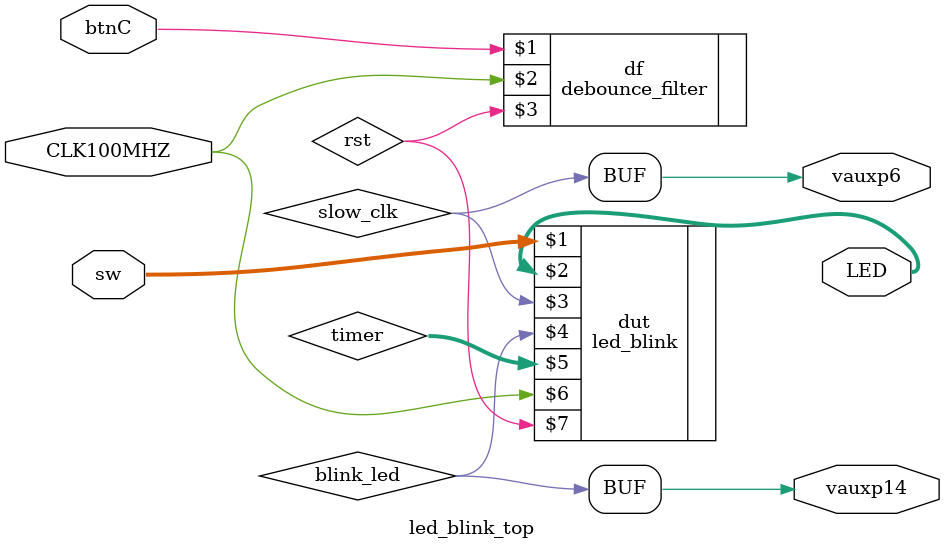
<source format=sv>
module led_blink_top(
    input   wire        CLK100MHZ,
    input   wire [15:0] sw,
    output  wire        vauxp6,
    output  wire        vauxp14,
    output  wire [15:0] LED,
    input   wire        btnC
);

    wire rst;

    debounce_filter df(btnC, CLK100MHZ, rst);

    wire slow_clk, blink_led;
    wire [31:0] timer;

    led_blink dut(sw, LED, slow_clk, blink_led, timer, CLK100MHZ, rst);

    assign vauxp6 = slow_clk;
    assign vauxp14 = blink_led;
endmodule

</source>
